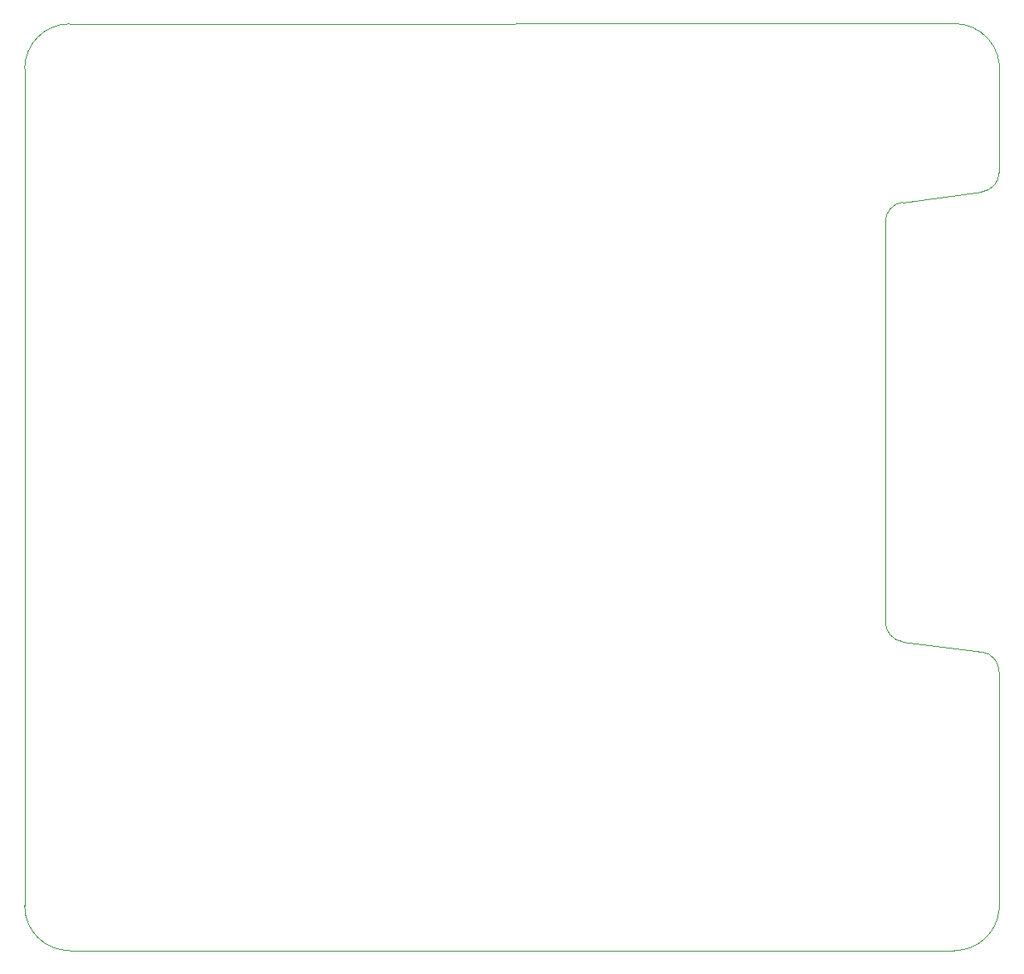
<source format=gbr>
%TF.GenerationSoftware,KiCad,Pcbnew,8.0.5*%
%TF.CreationDate,2025-01-09T18:28:55+01:00*%
%TF.ProjectId,TEEKeeper_V1.0,5445454b-6565-4706-9572-5f56312e302e,rev?*%
%TF.SameCoordinates,PX7b0df40PY6e75580*%
%TF.FileFunction,Profile,NP*%
%FSLAX46Y46*%
G04 Gerber Fmt 4.6, Leading zero omitted, Abs format (unit mm)*
G04 Created by KiCad (PCBNEW 8.0.5) date 2025-01-09 18:28:55*
%MOMM*%
%LPD*%
G01*
G04 APERTURE LIST*
%TA.AperFunction,Profile*%
%ADD10C,0.050000*%
%TD*%
G04 APERTURE END LIST*
D10*
X84924104Y26929683D02*
X84924104Y26929682D01*
X93029499Y25863239D02*
G75*
G02*
X94768573Y23865413I-260899J-1982939D01*
G01*
X94771675Y74775401D02*
G75*
G02*
X93032571Y72796707I-1999975J4199D01*
G01*
X84924104Y26929683D02*
G75*
G02*
X83185000Y28907309I260896J1982917D01*
G01*
X83185000Y69746900D02*
G75*
G02*
X84924105Y71729810I2000000J0D01*
G01*
X84924104Y26929682D02*
X93029499Y25863239D01*
X84924104Y71729818D02*
X93032576Y72796667D01*
X94768560Y23865413D02*
X94776232Y-388859D01*
X83185000Y69746900D02*
X83185000Y28907309D01*
X0Y-4572000D02*
G75*
G02*
X-4572000Y0I0J4572000D01*
G01*
X90219365Y89944135D02*
G75*
G02*
X94792799Y84835992I1435J-4600135D01*
G01*
X94776232Y-388859D02*
G75*
G02*
X90220800Y-4571999I-4555432J388859D01*
G01*
X94792799Y84835992D02*
X94771675Y74775401D01*
X0Y-4572000D02*
X90220800Y-4572000D01*
X-1426Y89916000D02*
X90219365Y89944135D01*
X-4572000Y0D02*
X-4572000Y85344000D01*
X-4572000Y85344000D02*
G75*
G02*
X-1426Y89916000I4572000J0D01*
G01*
M02*

</source>
